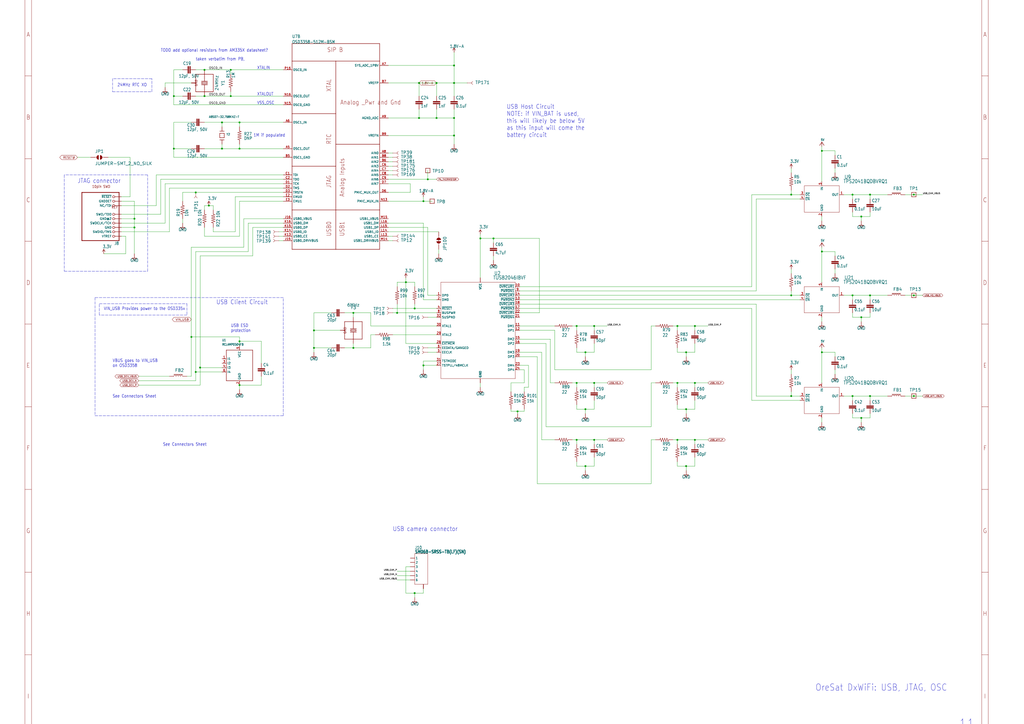
<source format=kicad_sch>
(kicad_sch (version 20210621) (generator eeschema)
  (paper "A2")
  (title_block (date "2021-11-14"))
  (junction (at 334.518 255.143))
  (junction (at 77.978 126.873))
  (junction (at 300.228 238.633))
  (junction (at 118.618 40.513))
  (junction (at 339.598 270.383))
  (junction (at 403.098 189.103))
  (junction (at 248.158 104.013))
  (junction (at 100.838 55.753))
  (junction (at 499.618 125.603))
  (junction (at 344.678 255.143))
  (junction (at 77.978 131.953))
  (junction (at 128.778 70.993))
  (junction (at 100.838 86.233))
  (junction (at 128.778 86.233))
  (junction (at 138.938 86.233))
  (junction (at 230.378 181.483))
  (junction (at 121.158 119.253))
  (junction (at 253.238 48.133))
  (junction (at 494.538 171.323))
  (junction (at 476.758 204.343))
  (junction (at 113.538 215.773))
  (junction (at 245.618 211.963))
  (junction (at 339.598 204.343))
  (junction (at 392.938 222.123))
  (junction (at 504.698 171.323))
  (junction (at 240.538 344.043))
  (junction (at 204.978 181.483))
  (junction (at 235.458 163.703))
  (junction (at 499.618 184.023))
  (junction (at 263.398 68.453))
  (junction (at 504.698 112.903))
  (junction (at 530.098 171.323))
  (junction (at 116.078 213.233))
  (junction (at 133.858 40.513))
  (junction (at 398.018 270.383))
  (junction (at 504.698 229.743))
  (junction (at 458.978 112.903))
  (junction (at 530.098 229.743))
  (junction (at 138.938 223.393))
  (junction (at 398.018 204.343))
  (junction (at 286.258 138.303))
  (junction (at 392.938 189.103))
  (junction (at 113.538 111.633))
  (junction (at 344.678 222.123))
  (junction (at 245.618 116.713))
  (junction (at 458.978 229.743))
  (junction (at 344.678 189.103))
  (junction (at 118.618 55.753))
  (junction (at 499.618 242.443))
  (junction (at 398.018 237.363))
  (junction (at 392.938 255.143))
  (junction (at 243.078 68.453))
  (junction (at 243.078 48.133))
  (junction (at 182.118 201.803))
  (junction (at 263.398 37.973))
  (junction (at 110.998 195.453))
  (junction (at 530.098 112.903))
  (junction (at 458.978 171.323))
  (junction (at 204.978 201.803))
  (junction (at 182.118 191.643))
  (junction (at 263.398 48.133))
  (junction (at 403.098 255.143))
  (junction (at 278.638 138.303))
  (junction (at 476.758 87.503))
  (junction (at 339.598 237.363))
  (junction (at 253.238 68.453))
  (junction (at 476.758 145.923))
  (junction (at 133.858 55.753))
  (junction (at 138.938 197.993))
  (junction (at 240.538 178.943))
  (junction (at 334.518 189.103))
  (junction (at 334.518 222.123))
  (junction (at 494.538 112.903))
  (junction (at 403.098 222.123))
  (junction (at 138.938 70.993))
  (junction (at 494.538 229.743))
  (junction (at 263.398 78.613))
  (wire (pts (xy 494.538 184.023) (xy 494.538 181.483)))
  (wire (pts (xy 70.358 126.873) (xy 77.978 126.873)))
  (wire (pts (xy 494.538 173.863) (xy 494.538 171.323)))
  (wire (pts (xy 90.678 119.253) (xy 90.678 101.473)))
  (polyline (pts (xy 108.458 176.149) (xy 108.458 182.753)))
  (wire (pts (xy 225.298 93.853) (xy 227.838 93.853)))
  (wire (pts (xy 321.818 214.503) (xy 377.698 214.503)))
  (wire (pts (xy 110.998 195.453) (xy 110.998 143.383)))
  (wire (pts (xy 227.838 91.313) (xy 225.298 91.313)))
  (wire (pts (xy 438.658 115.443) (xy 438.658 168.783)))
  (wire (pts (xy 128.778 215.773) (xy 113.538 215.773)))
  (wire (pts (xy 392.938 270.383) (xy 398.018 270.383)))
  (wire (pts (xy 263.398 48.133) (xy 263.398 37.973)))
  (wire (pts (xy 98.298 109.093) (xy 164.338 109.093)))
  (wire (pts (xy 93.218 104.013) (xy 164.338 104.013)))
  (wire (pts (xy 476.758 222.123) (xy 476.758 204.343)))
  (wire (pts (xy 499.618 244.983) (xy 499.618 242.443)))
  (wire (pts (xy 98.298 218.313) (xy 80.518 218.313)))
  (wire (pts (xy 334.518 191.643) (xy 334.518 189.103)))
  (wire (pts (xy 253.238 48.133) (xy 243.078 48.133)))
  (wire (pts (xy 344.678 257.683) (xy 344.678 255.143)))
  (wire (pts (xy 403.098 255.143) (xy 392.938 255.143)))
  (wire (pts (xy 105.918 55.753) (xy 100.838 55.753)))
  (wire (pts (xy 334.518 189.103) (xy 331.978 189.103)))
  (wire (pts (xy 113.538 55.753) (xy 118.618 55.753)))
  (wire (pts (xy 304.038 214.503) (xy 304.038 222.123)))
  (wire (pts (xy 286.258 148.463) (xy 286.258 151.003)))
  (wire (pts (xy 380.238 189.103) (xy 377.698 189.103)))
  (wire (pts (xy 525.018 112.903) (xy 530.098 112.903)))
  (wire (pts (xy 98.298 134.493) (xy 98.298 109.093)))
  (wire (pts (xy 504.698 112.903) (xy 514.858 112.903)))
  (wire (pts (xy 118.618 55.753) (xy 133.858 55.753)))
  (wire (pts (xy 301.498 211.963) (xy 306.578 211.963)))
  (wire (pts (xy 225.298 37.973) (xy 263.398 37.973)))
  (wire (pts (xy 70.358 137.033) (xy 72.898 137.033)))
  (wire (pts (xy 128.778 73.533) (xy 128.778 70.993)))
  (wire (pts (xy 240.538 163.703) (xy 240.538 166.243)))
  (wire (pts (xy 304.038 238.633) (xy 304.038 237.363)))
  (wire (pts (xy 464.058 229.743) (xy 458.978 229.743)))
  (wire (pts (xy 250.698 116.713) (xy 245.618 116.713)))
  (wire (pts (xy 100.838 86.233) (xy 100.838 91.313)))
  (wire (pts (xy 138.938 223.393) (xy 151.638 223.393)))
  (wire (pts (xy 254.508 147.193) (xy 254.508 144.653)))
  (wire (pts (xy 334.518 201.803) (xy 334.518 204.343)))
  (wire (pts (xy 377.698 214.503) (xy 377.698 189.103)))
  (wire (pts (xy 494.538 171.323) (xy 504.698 171.323)))
  (wire (pts (xy 403.098 255.143) (xy 410.718 255.143)))
  (wire (pts (xy 70.358 134.493) (xy 98.298 134.493)))
  (wire (pts (xy 458.978 171.323) (xy 458.978 168.783)))
  (wire (pts (xy 235.458 163.703) (xy 235.458 161.163)))
  (wire (pts (xy 116.078 148.463) (xy 116.078 213.233)))
  (wire (pts (xy 311.658 206.883) (xy 311.658 280.543)))
  (wire (pts (xy 301.498 189.103) (xy 321.818 189.103)))
  (wire (pts (xy 392.938 257.683) (xy 392.938 255.143)))
  (wire (pts (xy 377.698 280.543) (xy 377.698 255.143)))
  (wire (pts (xy 306.578 211.963) (xy 306.578 224.663)))
  (wire (pts (xy 504.698 112.903) (xy 504.698 115.443)))
  (wire (pts (xy 380.238 255.143) (xy 377.698 255.143)))
  (wire (pts (xy 339.598 237.363) (xy 339.598 239.903)))
  (wire (pts (xy 138.938 116.713) (xy 138.938 137.033)))
  (wire (pts (xy 494.538 242.443) (xy 494.538 239.903)))
  (wire (pts (xy 311.658 280.543) (xy 377.698 280.543)))
  (wire (pts (xy 128.778 86.233) (xy 118.618 86.233)))
  (wire (pts (xy 458.978 229.743) (xy 438.658 229.743)))
  (wire (pts (xy 182.118 191.643) (xy 182.118 181.483)))
  (wire (pts (xy 403.098 224.663) (xy 403.098 222.123)))
  (wire (pts (xy 240.538 344.043) (xy 245.618 344.043)))
  (wire (pts (xy 116.078 223.393) (xy 116.078 213.233)))
  (wire (pts (xy 253.238 204.343) (xy 248.158 204.343)))
  (wire (pts (xy 227.838 96.393) (xy 225.298 96.393)))
  (wire (pts (xy 237.998 111.633) (xy 225.298 111.633)))
  (wire (pts (xy 301.498 191.643) (xy 321.818 191.643)))
  (wire (pts (xy 253.238 104.013) (xy 248.158 104.013)))
  (wire (pts (xy 113.538 220.853) (xy 113.538 215.773)))
  (wire (pts (xy 118.618 40.513) (xy 113.538 40.513)))
  (wire (pts (xy 476.758 145.923) (xy 476.758 143.383)))
  (wire (pts (xy 301.498 171.323) (xy 458.978 171.323)))
  (polyline (pts (xy 88.138 53.213) (xy 88.138 45.593)))
  (wire (pts (xy 499.618 186.563) (xy 499.618 184.023)))
  (wire (pts (xy 344.678 189.103) (xy 352.298 189.103)))
  (wire (pts (xy 499.618 242.443) (xy 504.698 242.443)))
  (wire (pts (xy 105.918 111.633) (xy 105.918 116.713)))
  (wire (pts (xy 344.678 191.643) (xy 344.678 189.103)))
  (wire (pts (xy 204.978 199.263) (xy 204.978 201.803)))
  (wire (pts (xy 286.258 138.303) (xy 278.638 138.303)))
  (wire (pts (xy 301.498 199.263) (xy 316.738 199.263)))
  (wire (pts (xy 243.078 55.753) (xy 243.078 48.133)))
  (wire (pts (xy 235.458 328.803) (xy 235.458 344.043)))
  (wire (pts (xy 100.838 91.313) (xy 164.338 91.313)))
  (wire (pts (xy 398.018 270.383) (xy 403.098 270.383)))
  (wire (pts (xy 253.238 211.963) (xy 245.618 211.963)))
  (wire (pts (xy 494.538 125.603) (xy 494.538 123.063)))
  (wire (pts (xy 339.598 204.343) (xy 339.598 206.883)))
  (wire (pts (xy 90.678 101.473) (xy 164.338 101.473)))
  (wire (pts (xy 392.938 224.663) (xy 392.938 222.123)))
  (wire (pts (xy 300.228 238.633) (xy 304.038 238.633)))
  (wire (pts (xy 436.118 112.903) (xy 458.978 112.903)))
  (polyline (pts (xy 164.338 241.173) (xy 164.338 172.593)))
  (wire (pts (xy 118.618 119.253) (xy 121.158 119.253)))
  (wire (pts (xy 398.018 237.363) (xy 398.018 239.903)))
  (wire (pts (xy 312.928 181.483) (xy 312.928 138.303)))
  (wire (pts (xy 476.758 128.143) (xy 476.758 125.603)))
  (wire (pts (xy 344.678 224.663) (xy 344.678 222.123)))
  (wire (pts (xy 403.098 191.643) (xy 403.098 189.103)))
  (wire (pts (xy 225.298 98.933) (xy 227.838 98.933)))
  (wire (pts (xy 458.978 229.743) (xy 458.978 227.203)))
  (wire (pts (xy 128.778 213.233) (xy 116.078 213.233)))
  (wire (pts (xy 204.978 184.023) (xy 204.978 181.483)))
  (wire (pts (xy 319.278 196.723) (xy 319.278 222.123)))
  (wire (pts (xy 499.618 184.023) (xy 494.538 184.023)))
  (wire (pts (xy 398.018 204.343) (xy 403.098 204.343)))
  (wire (pts (xy 504.698 125.603) (xy 504.698 123.063)))
  (wire (pts (xy 403.098 189.103) (xy 392.938 189.103)))
  (wire (pts (xy 484.378 87.503) (xy 476.758 87.503)))
  (wire (pts (xy 253.238 199.263) (xy 235.458 199.263)))
  (wire (pts (xy 301.498 196.723) (xy 319.278 196.723)))
  (wire (pts (xy 314.198 204.343) (xy 314.198 255.143)))
  (wire (pts (xy 118.618 121.793) (xy 118.618 119.253)))
  (wire (pts (xy 100.838 55.753) (xy 100.838 40.513)))
  (wire (pts (xy 95.758 48.133) (xy 95.758 50.673)))
  (wire (pts (xy 70.358 119.253) (xy 90.678 119.253)))
  (wire (pts (xy 504.698 171.323) (xy 514.858 171.323)))
  (wire (pts (xy 164.338 139.573) (xy 161.798 139.573)))
  (polyline (pts (xy 85.598 101.473) (xy 37.338 101.473)))
  (wire (pts (xy 499.618 125.603) (xy 504.698 125.603)))
  (wire (pts (xy 248.158 131.953) (xy 225.298 131.953)))
  (wire (pts (xy 136.398 114.173) (xy 164.338 114.173)))
  (wire (pts (xy 113.538 111.633) (xy 105.918 111.633)))
  (wire (pts (xy 494.538 115.443) (xy 494.538 112.903)))
  (wire (pts (xy 499.618 184.023) (xy 504.698 184.023)))
  (wire (pts (xy 240.538 346.583) (xy 240.538 344.043)))
  (wire (pts (xy 301.498 166.243) (xy 436.118 166.243)))
  (wire (pts (xy 301.498 204.343) (xy 314.198 204.343)))
  (wire (pts (xy 253.238 63.373) (xy 253.238 68.453)))
  (wire (pts (xy 141.478 143.383) (xy 141.478 126.873)))
  (polyline (pts (xy 88.138 45.593) (xy 65.278 45.593)))
  (wire (pts (xy 245.618 116.713) (xy 225.298 116.713)))
  (wire (pts (xy 464.058 112.903) (xy 458.978 112.903)))
  (wire (pts (xy 403.098 204.343) (xy 403.098 199.263)))
  (wire (pts (xy 263.398 37.973) (xy 263.398 30.353)))
  (wire (pts (xy 164.338 70.993) (xy 138.938 70.993)))
  (wire (pts (xy 227.838 101.473) (xy 225.298 101.473)))
  (wire (pts (xy 296.418 222.123) (xy 296.418 227.203)))
  (wire (pts (xy 192.278 201.803) (xy 182.118 201.803)))
  (wire (pts (xy 392.938 222.123) (xy 390.398 222.123)))
  (wire (pts (xy 105.918 129.413) (xy 105.918 126.873)))
  (polyline (pts (xy 55.118 241.173) (xy 164.338 241.173)))
  (wire (pts (xy 403.098 270.383) (xy 403.098 265.303)))
  (wire (pts (xy 334.518 270.383) (xy 339.598 270.383)))
  (wire (pts (xy 248.158 201.803) (xy 253.238 201.803)))
  (wire (pts (xy 245.618 114.173) (xy 245.618 116.713)))
  (wire (pts (xy 243.078 48.133) (xy 225.298 48.133)))
  (wire (pts (xy 225.298 88.773) (xy 227.838 88.773)))
  (wire (pts (xy 133.858 43.053) (xy 133.858 40.513)))
  (wire (pts (xy 525.018 171.323) (xy 530.098 171.323)))
  (wire (pts (xy 403.098 222.123) (xy 410.718 222.123)))
  (wire (pts (xy 484.378 214.503) (xy 484.378 217.043)))
  (wire (pts (xy 530.098 171.323) (xy 535.178 171.323)))
  (wire (pts (xy 118.618 137.033) (xy 118.618 131.953)))
  (wire (pts (xy 227.838 181.483) (xy 230.378 181.483)))
  (wire (pts (xy 438.658 176.403) (xy 438.658 229.743)))
  (wire (pts (xy 301.498 181.483) (xy 312.928 181.483)))
  (wire (pts (xy 164.338 116.713) (xy 138.938 116.713)))
  (wire (pts (xy 75.438 91.313) (xy 62.738 91.313)))
  (wire (pts (xy 95.758 129.413) (xy 95.758 106.553)))
  (wire (pts (xy 344.678 204.343) (xy 344.678 199.263)))
  (wire (pts (xy 312.928 138.303) (xy 286.258 138.303)))
  (wire (pts (xy 306.578 224.663) (xy 304.038 224.663)))
  (wire (pts (xy 344.678 189.103) (xy 334.518 189.103)))
  (wire (pts (xy 436.118 166.243) (xy 436.118 112.903)))
  (wire (pts (xy 243.078 63.373) (xy 243.078 68.453)))
  (wire (pts (xy 123.698 119.253) (xy 121.158 119.253)))
  (wire (pts (xy 476.758 244.983) (xy 476.758 242.443)))
  (wire (pts (xy 77.978 116.713) (xy 77.978 126.873)))
  (wire (pts (xy 304.038 224.663) (xy 304.038 227.203)))
  (wire (pts (xy 248.158 104.013) (xy 225.298 104.013)))
  (wire (pts (xy 392.938 201.803) (xy 392.938 204.343)))
  (wire (pts (xy 197.358 191.643) (xy 182.118 191.643)))
  (wire (pts (xy 392.938 237.363) (xy 398.018 237.363)))
  (wire (pts (xy 504.698 184.023) (xy 504.698 181.483)))
  (wire (pts (xy 95.758 106.553) (xy 164.338 106.553)))
  (wire (pts (xy 316.738 247.523) (xy 377.698 247.523)))
  (wire (pts (xy 392.938 234.823) (xy 392.938 237.363)))
  (wire (pts (xy 476.758 87.503) (xy 476.758 84.963)))
  (wire (pts (xy 151.638 223.393) (xy 151.638 218.313)))
  (wire (pts (xy 225.298 139.573) (xy 227.838 139.573)))
  (wire (pts (xy 464.058 171.323) (xy 458.978 171.323)))
  (wire (pts (xy 494.538 112.903) (xy 504.698 112.903)))
  (wire (pts (xy 301.498 206.883) (xy 311.658 206.883)))
  (wire (pts (xy 398.018 237.363) (xy 403.098 237.363)))
  (wire (pts (xy 296.418 238.633) (xy 300.228 238.633)))
  (wire (pts (xy 530.098 112.903) (xy 535.178 112.903)))
  (wire (pts (xy 484.378 97.663) (xy 484.378 100.203)))
  (wire (pts (xy 436.118 232.283) (xy 464.058 232.283)))
  (wire (pts (xy 344.678 255.143) (xy 352.298 255.143)))
  (wire (pts (xy 146.558 131.953) (xy 164.338 131.953)))
  (wire (pts (xy 476.758 105.283) (xy 476.758 87.503)))
  (wire (pts (xy 484.378 204.343) (xy 476.758 204.343)))
  (wire (pts (xy 253.238 171.323) (xy 248.158 171.323)))
  (wire (pts (xy 245.618 209.423) (xy 245.618 211.963)))
  (wire (pts (xy 263.398 78.613) (xy 263.398 68.453)))
  (wire (pts (xy 278.638 135.763) (xy 278.638 138.303)))
  (wire (pts (xy 334.518 267.843) (xy 334.518 270.383)))
  (wire (pts (xy 253.238 173.863) (xy 245.618 173.863)))
  (wire (pts (xy 182.118 181.483) (xy 192.278 181.483)))
  (wire (pts (xy 128.778 86.233) (xy 138.938 86.233)))
  (polyline (pts (xy 55.118 172.593) (xy 55.118 241.173)))
  (wire (pts (xy 110.998 86.233) (xy 100.838 86.233)))
  (polyline (pts (xy 37.338 157.353) (xy 85.598 157.353)))
  (wire (pts (xy 245.618 129.413) (xy 225.298 129.413)))
  (wire (pts (xy 278.638 138.303) (xy 278.638 161.163)))
  (wire (pts (xy 398.018 270.383) (xy 398.018 272.923)))
  (wire (pts (xy 334.518 257.683) (xy 334.518 255.143)))
  (wire (pts (xy 240.538 176.403) (xy 240.538 178.943)))
  (wire (pts (xy 164.338 126.873) (xy 141.478 126.873)))
  (wire (pts (xy 215.138 181.483) (xy 215.138 189.103)))
  (wire (pts (xy 138.938 73.533) (xy 138.938 70.993)))
  (polyline (pts (xy 164.338 172.593) (xy 55.118 172.593)))
  (wire (pts (xy 113.538 145.923) (xy 144.018 145.923)))
  (wire (pts (xy 344.678 222.123) (xy 334.518 222.123)))
  (wire (pts (xy 123.698 131.953) (xy 123.698 134.493)))
  (wire (pts (xy 237.998 331.343) (xy 230.378 331.343)))
  (wire (pts (xy 271.018 48.133) (xy 263.398 48.133)))
  (wire (pts (xy 100.838 60.833) (xy 100.838 55.753)))
  (wire (pts (xy 253.238 68.453) (xy 263.398 68.453)))
  (wire (pts (xy 182.118 204.343) (xy 182.118 201.803)))
  (wire (pts (xy 237.998 336.423) (xy 230.378 336.423)))
  (wire (pts (xy 436.118 232.283) (xy 436.118 178.943)))
  (wire (pts (xy 286.258 140.843) (xy 286.258 138.303)))
  (wire (pts (xy 334.518 204.343) (xy 339.598 204.343)))
  (wire (pts (xy 392.938 267.843) (xy 392.938 270.383)))
  (wire (pts (xy 525.018 229.743) (xy 530.098 229.743)))
  (polyline (pts (xy 57.658 182.753) (xy 57.658 176.149)))
  (wire (pts (xy 436.118 178.943) (xy 301.498 178.943)))
  (wire (pts (xy 128.778 70.993) (xy 118.618 70.993)))
  (wire (pts (xy 110.998 143.383) (xy 141.478 143.383)))
  (wire (pts (xy 161.798 137.033) (xy 164.338 137.033)))
  (wire (pts (xy 204.978 181.483) (xy 215.138 181.483)))
  (wire (pts (xy 138.938 70.993) (xy 128.778 70.993)))
  (polyline (pts (xy 65.278 53.213) (xy 88.138 53.213)))
  (wire (pts (xy 230.378 166.243) (xy 230.378 163.703)))
  (wire (pts (xy 339.598 237.363) (xy 344.678 237.363)))
  (wire (pts (xy 248.158 98.933) (xy 248.158 104.013)))
  (wire (pts (xy 300.228 238.633) (xy 300.228 239.903)))
  (wire (pts (xy 344.678 237.363) (xy 344.678 232.283)))
  (wire (pts (xy 484.378 90.043) (xy 484.378 87.503)))
  (wire (pts (xy 458.978 217.043) (xy 458.978 214.503)))
  (wire (pts (xy 138.938 200.533) (xy 138.938 197.993)))
  (wire (pts (xy 301.498 214.503) (xy 304.038 214.503)))
  (wire (pts (xy 144.018 129.413) (xy 164.338 129.413)))
  (wire (pts (xy 263.398 55.753) (xy 263.398 48.133)))
  (wire (pts (xy 253.238 55.753) (xy 253.238 48.133)))
  (wire (pts (xy 237.998 328.803) (xy 235.458 328.803)))
  (wire (pts (xy 164.338 40.513) (xy 133.858 40.513)))
  (wire (pts (xy 230.378 181.483) (xy 253.238 181.483)))
  (wire (pts (xy 504.698 171.323) (xy 504.698 173.863)))
  (wire (pts (xy 237.998 106.553) (xy 237.998 111.633)))
  (wire (pts (xy 215.138 194.183) (xy 217.678 194.183)))
  (wire (pts (xy 133.858 40.513) (xy 118.618 40.513)))
  (wire (pts (xy 489.458 112.903) (xy 494.538 112.903)))
  (wire (pts (xy 164.338 111.633) (xy 113.538 111.633)))
  (wire (pts (xy 144.018 145.923) (xy 144.018 129.413)))
  (wire (pts (xy 75.438 114.173) (xy 75.438 91.313)))
  (wire (pts (xy 476.758 186.563) (xy 476.758 184.023)))
  (wire (pts (xy 138.938 137.033) (xy 118.618 137.033)))
  (wire (pts (xy 489.458 229.743) (xy 494.538 229.743)))
  (wire (pts (xy 494.538 232.283) (xy 494.538 229.743)))
  (wire (pts (xy 225.298 78.613) (xy 263.398 78.613)))
  (wire (pts (xy 314.198 255.143) (xy 321.818 255.143)))
  (wire (pts (xy 296.418 237.363) (xy 296.418 238.633)))
  (wire (pts (xy 52.578 91.313) (xy 44.958 91.313)))
  (wire (pts (xy 334.518 255.143) (xy 331.978 255.143)))
  (wire (pts (xy 499.618 128.143) (xy 499.618 125.603)))
  (wire (pts (xy 80.518 220.853) (xy 113.538 220.853)))
  (wire (pts (xy 494.538 229.743) (xy 504.698 229.743)))
  (wire (pts (xy 403.098 257.683) (xy 403.098 255.143)))
  (wire (pts (xy 254.508 134.493) (xy 225.298 134.493)))
  (wire (pts (xy 253.238 209.423) (xy 245.618 209.423)))
  (wire (pts (xy 334.518 222.123) (xy 331.978 222.123)))
  (wire (pts (xy 403.098 189.103) (xy 410.718 189.103)))
  (wire (pts (xy 161.798 134.493) (xy 164.338 134.493)))
  (wire (pts (xy 123.698 121.793) (xy 123.698 119.253)))
  (wire (pts (xy 235.458 344.043) (xy 240.538 344.043)))
  (wire (pts (xy 504.698 229.743) (xy 504.698 232.283)))
  (wire (pts (xy 392.938 189.103) (xy 390.398 189.103)))
  (wire (pts (xy 464.058 173.863) (xy 301.498 173.863)))
  (wire (pts (xy 146.558 131.953) (xy 146.558 148.463)))
  (wire (pts (xy 458.978 100.203) (xy 458.978 97.663)))
  (wire (pts (xy 215.138 189.103) (xy 253.238 189.103)))
  (wire (pts (xy 133.858 55.753) (xy 164.338 55.753)))
  (wire (pts (xy 484.378 156.083) (xy 484.378 158.623)))
  (wire (pts (xy 199.898 201.803) (xy 204.978 201.803)))
  (wire (pts (xy 110.998 48.133) (xy 95.758 48.133)))
  (wire (pts (xy 301.498 176.403) (xy 438.658 176.403)))
  (wire (pts (xy 392.938 255.143) (xy 390.398 255.143)))
  (wire (pts (xy 113.538 215.773) (xy 113.538 145.923)))
  (wire (pts (xy 100.838 70.993) (xy 100.838 86.233)))
  (polyline (pts (xy 85.598 157.353) (xy 85.598 101.473)))
  (wire (pts (xy 72.898 137.033) (xy 72.898 147.193)))
  (wire (pts (xy 138.938 83.693) (xy 138.938 86.233)))
  (wire (pts (xy 263.398 68.453) (xy 263.398 63.373)))
  (wire (pts (xy 199.898 181.483) (xy 204.978 181.483)))
  (wire (pts (xy 240.538 178.943) (xy 227.838 178.943)))
  (wire (pts (xy 438.658 168.783) (xy 301.498 168.783)))
  (wire (pts (xy 484.378 206.883) (xy 484.378 204.343)))
  (wire (pts (xy 316.738 199.263) (xy 316.738 247.523)))
  (wire (pts (xy 235.458 163.703) (xy 240.538 163.703)))
  (wire (pts (xy 304.038 222.123) (xy 296.418 222.123)))
  (wire (pts (xy 133.858 55.753) (xy 133.858 53.213)))
  (wire (pts (xy 499.618 125.603) (xy 494.538 125.603)))
  (wire (pts (xy 225.298 137.033) (xy 227.838 137.033)))
  (wire (pts (xy 344.678 255.143) (xy 334.518 255.143)))
  (wire (pts (xy 321.818 191.643) (xy 321.818 214.503)))
  (wire (pts (xy 339.598 270.383) (xy 339.598 272.923)))
  (wire (pts (xy 77.978 126.873) (xy 77.978 131.953)))
  (wire (pts (xy 504.698 242.443) (xy 504.698 239.903)))
  (wire (pts (xy 227.838 194.183) (xy 253.238 194.183)))
  (wire (pts (xy 334.518 234.823) (xy 334.518 237.363)))
  (wire (pts (xy 93.218 124.333) (xy 93.218 104.013)))
  (wire (pts (xy 514.858 229.743) (xy 504.698 229.743)))
  (wire (pts (xy 380.238 222.123) (xy 377.698 222.123)))
  (wire (pts (xy 253.238 178.943) (xy 240.538 178.943)))
  (wire (pts (xy 105.918 40.513) (xy 100.838 40.513)))
  (wire (pts (xy 339.598 204.343) (xy 344.678 204.343)))
  (wire (pts (xy 321.818 222.123) (xy 319.278 222.123)))
  (wire (pts (xy 215.138 201.803) (xy 215.138 194.183)))
  (wire (pts (xy 108.458 218.313) (xy 110.998 218.313)))
  (wire (pts (xy 138.938 197.993) (xy 138.938 195.453)))
  (wire (pts (xy 484.378 148.463) (xy 484.378 145.923)))
  (wire (pts (xy 110.998 70.993) (xy 100.838 70.993)))
  (wire (pts (xy 70.358 116.713) (xy 77.978 116.713)))
  (wire (pts (xy 77.978 131.953) (xy 77.978 147.193)))
  (wire (pts (xy 377.698 247.523) (xy 377.698 222.123)))
  (wire (pts (xy 123.698 134.493) (xy 136.398 134.493)))
  (wire (pts (xy 164.338 86.233) (xy 138.938 86.233)))
  (polyline (pts (xy 65.278 45.593) (xy 65.278 53.213)))
  (wire (pts (xy 263.398 48.133) (xy 253.238 48.133)))
  (wire (pts (xy 128.778 86.233) (xy 128.778 83.693)))
  (wire (pts (xy 484.378 145.923) (xy 476.758 145.923)))
  (wire (pts (xy 110.998 195.453) (xy 110.998 218.313)))
  (wire (pts (xy 458.978 158.623) (xy 458.978 156.083)))
  (wire (pts (xy 278.638 224.663) (xy 278.638 222.123)))
  (wire (pts (xy 151.638 197.993) (xy 151.638 210.693)))
  (polyline (pts (xy 108.458 182.753) (xy 57.658 182.753)))
  (wire (pts (xy 225.298 68.453) (xy 243.078 68.453)))
  (wire (pts (xy 334.518 237.363) (xy 339.598 237.363)))
  (wire (pts (xy 489.458 171.323) (xy 494.538 171.323)))
  (wire (pts (xy 499.618 242.443) (xy 494.538 242.443)))
  (wire (pts (xy 392.938 191.643) (xy 392.938 189.103)))
  (wire (pts (xy 70.358 131.953) (xy 77.978 131.953)))
  (wire (pts (xy 392.938 204.343) (xy 398.018 204.343)))
  (wire (pts (xy 344.678 270.383) (xy 344.678 265.303)))
  (wire (pts (xy 136.398 134.493) (xy 136.398 114.173)))
  (wire (pts (xy 476.758 163.703) (xy 476.758 145.923)))
  (wire (pts (xy 70.358 129.413) (xy 95.758 129.413)))
  (wire (pts (xy 403.098 222.123) (xy 392.938 222.123)))
  (wire (pts (xy 225.298 106.553) (xy 237.998 106.553)))
  (wire (pts (xy 164.338 60.833) (xy 100.838 60.833)))
  (wire (pts (xy 344.678 222.123) (xy 352.298 222.123)))
  (wire (pts (xy 245.618 173.863) (xy 245.618 129.413)))
  (wire (pts (xy 245.618 344.043) (xy 245.618 341.503)))
  (wire (pts (xy 243.078 68.453) (xy 253.238 68.453)))
  (wire (pts (xy 80.518 223.393) (xy 116.078 223.393)))
  (wire (pts (xy 398.018 204.343) (xy 398.018 206.883)))
  (wire (pts (xy 245.618 211.963) (xy 245.618 214.503)))
  (wire (pts (xy 146.558 148.463) (xy 116.078 148.463)))
  (wire (pts (xy 70.358 114.173) (xy 75.438 114.173)))
  (wire (pts (xy 72.898 147.193) (xy 60.198 147.193)))
  (wire (pts (xy 248.158 171.323) (xy 248.158 131.953)))
  (wire (pts (xy 138.938 195.453) (xy 110.998 195.453)))
  (polyline (pts (xy 57.658 176.149) (xy 108.458 176.149)))
  (wire (pts (xy 458.978 112.903) (xy 458.978 110.363)))
  (wire (pts (xy 237.998 333.883) (xy 230.378 333.883)))
  (wire (pts (xy 230.378 181.483) (xy 230.378 176.403)))
  (wire (pts (xy 334.518 224.663) (xy 334.518 222.123)))
  (wire (pts (xy 263.398 83.693) (xy 263.398 78.613)))
  (polyline (pts (xy 37.338 101.473) (xy 37.338 157.353)))
  (wire (pts (xy 182.118 201.803) (xy 182.118 191.643)))
  (wire (pts (xy 248.158 184.023) (xy 253.238 184.023)))
  (wire (pts (xy 476.758 204.343) (xy 476.758 201.803)))
  (wire (pts (xy 204.978 201.803) (xy 215.138 201.803)))
  (wire (pts (xy 235.458 199.263) (xy 235.458 163.703)))
  (wire (pts (xy 230.378 163.703) (xy 235.458 163.703)))
  (wire (pts (xy 138.938 225.933) (xy 138.938 223.393)))
  (wire (pts (xy 93.218 124.333) (xy 70.358 124.333)))
  (wire (pts (xy 530.098 229.743) (xy 535.178 229.743)))
  (wire (pts (xy 464.058 115.443) (xy 438.658 115.443)))
  (wire (pts (xy 138.938 197.993) (xy 151.638 197.993)))
  (wire (pts (xy 339.598 270.383) (xy 344.678 270.383)))
  (wire (pts (xy 403.098 237.363) (xy 403.098 232.283)))
  (text "See Connectors Sheet" (at 94.488 258.953 180) (effects (font (size 1.778 1.5113)) (justify left bottom)))
  (text "USB ESD\nprotection" (at 133.858 192.913 180) (effects (font (size 1.778 1.5113)) (justify left bottom)))
  (text "USB Host Circuit\nNOTE: if VIN_BAT is used,\nthis will likely be below 5V\nas this input will come the\nbattery circuit" (at 293.878 79.883 0) (effects (font (size 2.54 2.159)) (justify left bottom)))
  (text "See Connectors Sheet" (at 65.278 231.013 180) (effects (font (size 1.778 1.5113)) (justify left bottom)))
  (text "TODO add optional resistors from AM335X datasheet?" (at 93.218 30.353 0) (effects (font (size 1.778 1.5113)) (justify left bottom)))
  (text "24MHz RTC XO" (at 68.072 50.419 180) (effects (font (size 1.778 1.5113)) (justify left bottom)))
  (text "taken verbatim from PB," (at 113.538 35.433 180) (effects (font (size 1.778 1.5113)) (justify left bottom)))
  (text "XTALOUT" (at 149.098 55.753 180) (effects (font (size 1.778 1.5113)) (justify left bottom)))
  (text "1M if populated" (at 147.066 79.629 180) (effects (font (size 1.778 1.5113)) (justify left bottom)))
  (text "JTAG connector" (at 44.958 106.553 180) (effects (font (size 2.54 2.159)) (justify left bottom)))
  (text "XTALIN" (at 149.098 40.513 180) (effects (font (size 1.778 1.5113)) (justify left bottom)))
  (text "VSS_OSC" (at 149.098 60.833 180) (effects (font (size 1.778 1.5113)) (justify left bottom)))
  (text "USB camera connector" (at 227.838 308.483 180) (effects (font (size 2.54 2.159)) (justify left bottom)))
  (text "VIN_USB Provides power to the OSD335x" (at 60.198 180.213 180) (effects (font (size 1.778 1.5113)) (justify left bottom)))
  (text "1.1" (at 556.768 421.513 180) (effects (font (size 3.81 3.2385)) (justify left bottom)))
  (text "VBUS goes to VIN_USB\non OSD3358" (at 65.278 213.233 180) (effects (font (size 1.778 1.5113)) (justify left bottom)))
  (text "USB Client Circuit" (at 125.476 176.911 180) (effects (font (size 2.54 2.159)) (justify left bottom)))
  (text "OreSat DxWiFi: USB, JTAG, OSC" (at 472.948 401.193 180) (effects (font (size 3.81 3.2385)) (justify left bottom)))
  (label "USB_CAM_VBUS" (at 535.178 112.903 0) (effects (font (size 0.889 0.889))))
  (label "USB_CAM_N" (at 352.298 189.103 0) (effects (font (size 0.889 0.889))))
  (label "USB_CAM_P" (at 410.718 189.103 0) (effects (font (size 0.889 0.889))))
  (label "USB_CAM_P" (at 230.378 331.343 180) (effects (font (size 0.889 0.889))))
  (label "OSC0_IN" (at 121.158 40.513 0) (effects (font (size 1.2446 1.2446))))
  (label "OSC0_GND" (at 121.158 60.833 0) (effects (font (size 1.2446 1.2446))))
  (label "USB_CAM_VBUS" (at 230.378 336.423 180) (effects (font (size 0.889 0.889))))
  (label "USB_CAM_N" (at 230.378 333.883 180) (effects (font (size 0.889 0.889))))
  (label "OSC0_OUT" (at 121.158 55.753 0) (effects (font (size 1.2446 1.2446))))
  (global_label "USB_HO_N" (shape bidirectional) (at 352.298 222.123 0) (effects (font (size 0.889 0.889))) (property "Intersheet References" "${INTERSHEET_REFS}" (effects hide)))
  (global_label "USB_WIFI_VBUS" (shape bidirectional) (at 535.178 229.743 0) (effects (font (size 0.889 0.889))) (property "Intersheet References" "${INTERSHEET_REFS}" (effects hide)))
  (global_label "USB_WIFI_N" (shape bidirectional) (at 352.298 255.143 0) (effects (font (size 0.889 0.889))) (property "Intersheet References" "${INTERSHEET_REFS}" (effects hide)))
  (global_label "RESET#" (shape bidirectional) (at 44.958 91.313 180) (effects (font (size 1.2446 1.2446))) (property "Intersheet References" "${INTERSHEET_REFS}" (effects hide)))
  (global_label "USB_DEV_P" (shape bidirectional) (at 80.518 223.393 180) (effects (font (size 0.9957 0.9957))) (property "Intersheet References" "${INTERSHEET_REFS}" (effects hide)))
  (global_label "USB_HO_VBUS" (shape bidirectional) (at 535.178 171.323 0) (effects (font (size 0.889 0.889))) (property "Intersheet References" "${INTERSHEET_REFS}" (effects hide)))
  (global_label "PA_THERMISTOR" (shape bidirectional) (at 253.238 104.013 0) (effects (font (size 0.889 0.889))) (property "Intersheet References" "${INTERSHEET_REFS}" (effects hide)))
  (global_label "VIN_USB" (shape bidirectional) (at 110.998 185.293 180) (effects (font (size 1.2446 1.2446))) (property "Intersheet References" "${INTERSHEET_REFS}" (effects hide)))
  (global_label "1.8V-A" (shape bidirectional) (at 243.078 48.133 0) (effects (font (size 1.2446 1.2446))) (property "Intersheet References" "${INTERSHEET_REFS}" (effects hide)))
  (global_label "USB_WIFI_P" (shape bidirectional) (at 410.718 255.143 0) (effects (font (size 0.889 0.889))) (property "Intersheet References" "${INTERSHEET_REFS}" (effects hide)))
  (global_label "USB_HO_P" (shape bidirectional) (at 410.718 222.123 0) (effects (font (size 0.889 0.889))) (property "Intersheet References" "${INTERSHEET_REFS}" (effects hide)))
  (global_label "USB_DEV_N" (shape bidirectional) (at 80.518 220.853 180) (effects (font (size 0.9957 0.9957))) (property "Intersheet References" "${INTERSHEET_REFS}" (effects hide)))
  (global_label "USB_DEV_VBUS" (shape bidirectional) (at 80.518 218.313 180) (effects (font (size 0.9957 0.9957))) (property "Intersheet References" "${INTERSHEET_REFS}" (effects hide)))
  (symbol (lib_id "oresat-live-card-eagle-import:C-EU0603-A") (at 344.678 227.203 0) (unit 1)
    (property "Reference" "C59" (at 345.694 226.568 0) (effects (font (size 1.778 1.5113)) (justify left bottom)))
    (property "Value" "50pF" (at 345.694 231.394 0) (effects (font (size 1.778 1.5113)) (justify left bottom)))
    (property "Footprint" ".0603-A" (effects hide))
  )
  (symbol (lib_id "oresat-live-card-eagle-import:C-EU0603-A") (at 494.538 117.983 0) (unit 1)
    (property "Reference" "C7" (at 495.554 117.348 0) (effects (font (size 1.778 1.5113)) (justify left bottom)))
    (property "Value" "0.1uF" (at 495.554 122.174 0) (effects (font (size 1.778 1.5113)) (justify left bottom)))
    (property "Footprint" ".0603-A" (effects hide))
  )
  (symbol (lib_id "oresat-live-card-eagle-import:GND") (at 484.378 219.583 0) (unit 1)
    (property "Reference" "#GND77" (effects hide))
    (property "Value" "GND" (at 484.378 219.837 0) (effects (font (size 1.778 1.5113)) (justify top)))
  )
  (symbol (lib_id "oresat-live-card-eagle-import:R-US_0603-A") (at 458.978 105.283 90) (unit 1)
    (property "Reference" "R6" (at 460.502 103.505 90) (effects (font (size 1.778 1.5113)) (justify right top)))
    (property "Value" "10k" (at 460.502 104.521 90) (effects (font (size 1.778 1.5113)) (justify right bottom)))
    (property "Footprint" ".0603-A" (effects hide))
  )
  (symbol (lib_id "oresat-live-card-eagle-import:GND") (at 484.378 161.163 0) (unit 1)
    (property "Reference" "#GND80" (effects hide))
    (property "Value" "GND" (at 484.378 161.417 0) (effects (font (size 1.778 1.5113)) (justify top)))
  )
  (symbol (lib_id "oresat-live-card-eagle-import:GND") (at 95.758 53.213 0) (unit 1)
    (property "Reference" "#GND56" (effects hide))
    (property "Value" "GND" (at 95.758 53.467 0) (effects (font (size 1.778 1.5113)) (justify top)))
  )
  (symbol (lib_id "oresat-live-card-eagle-import:R-US_0603-A") (at 385.318 189.103 180) (unit 1)
    (property "Reference" "R79" (at 384.302 192.405 0) (effects (font (size 1.778 1.5113)) (justify right top)))
    (property "Value" "22" (at 384.302 193.421 0) (effects (font (size 1.778 1.5113)) (justify right bottom)))
    (property "Footprint" ".0603-A" (effects hide))
  )
  (symbol (lib_id "oresat-live-card-eagle-import:R-US_0603-A") (at 123.698 126.873 90) (unit 1)
    (property "Reference" "R22" (at 127.5334 131.699 0) (effects (font (size 1.778 1.5113)) (justify left bottom)))
    (property "Value" "10k" (at 127.508 126.365 0) (effects (font (size 1.778 1.5113)) (justify left bottom)))
    (property "Footprint" ".0603-A" (effects hide))
  )
  (symbol (lib_id "oresat-live-card-eagle-import:C-EU0603-A") (at 403.098 194.183 0) (unit 1)
    (property "Reference" "C58" (at 404.114 193.548 0) (effects (font (size 1.778 1.5113)) (justify left bottom)))
    (property "Value" "50pF" (at 404.114 198.374 0) (effects (font (size 1.778 1.5113)) (justify left bottom)))
    (property "Footprint" ".0603-A" (effects hide))
  )
  (symbol (lib_id "oresat-live-card-eagle-import:TEST-POINT3X4") (at 227.838 139.573 0) (unit 1)
    (property "Reference" "TP12" (at 232.41 140.335 0) (effects (font (size 1.778 1.778)) (justify left bottom)))
    (property "Value" "TEST-POINT3X4" (effects hide))
    (property "Footprint" "PAD.03X.04" (effects hide))
  )
  (symbol (lib_id "oresat-live-card-eagle-import:R-US_0603-A") (at 458.978 163.703 90) (unit 1)
    (property "Reference" "R76" (at 460.502 161.925 90) (effects (font (size 1.778 1.5113)) (justify right top)))
    (property "Value" "10k" (at 460.502 162.941 90) (effects (font (size 1.778 1.5113)) (justify right bottom)))
    (property "Footprint" ".0603-A" (effects hide))
  )
  (symbol (lib_id "oresat-live-card-eagle-import:GND") (at 254.508 149.733 0) (mirror y) (unit 1)
    (property "Reference" "#GND35" (effects hide))
    (property "Value" "GND" (at 254.508 149.987 0) (effects (font (size 1.778 1.5113)) (justify top)))
  )
  (symbol (lib_id "oresat-live-card-eagle-import:TEST-POINT3X4") (at 113.538 111.633 270) (unit 1)
    (property "Reference" "TP31" (at 112.776 116.205 0) (effects (font (size 1.778 1.778)) (justify left bottom)))
    (property "Value" "TEST-POINT3X4" (effects hide))
    (property "Footprint" "PAD.03X.04" (effects hide))
  )
  (symbol (lib_id "oresat-live-card-eagle-import:TEST-POINT3X4") (at 227.838 93.853 0) (unit 1)
    (property "Reference" "TP181" (at 232.41 94.615 0) (effects (font (size 1.778 1.778)) (justify left bottom)))
    (property "Value" "TEST-POINT3X4" (effects hide))
    (property "Footprint" "PAD.03X.04" (effects hide))
  )
  (symbol (lib_id "oresat-live-card-eagle-import:GND") (at 476.758 247.523 0) (unit 1)
    (property "Reference" "#GND78" (effects hide))
    (property "Value" "GND" (at 476.758 247.777 0) (effects (font (size 1.778 1.5113)) (justify top)))
  )
  (symbol (lib_id "oresat-live-card-eagle-import:C-EU0805-B") (at 243.078 58.293 0) (unit 1)
    (property "Reference" "C24" (at 244.094 57.658 0) (effects (font (size 1.778 1.5113)) (justify left bottom)))
    (property "Value" "1nF" (at 244.094 62.484 0) (effects (font (size 1.778 1.5113)) (justify left bottom)))
    (property "Footprint" ".0805-B" (effects hide))
  )
  (symbol (lib_id "oresat-live-card-eagle-import:C-EU0603-A") (at 494.538 176.403 0) (unit 1)
    (property "Reference" "C55" (at 495.554 175.768 0) (effects (font (size 1.778 1.5113)) (justify left bottom)))
    (property "Value" "0.1uF" (at 495.554 180.594 0) (effects (font (size 1.778 1.5113)) (justify left bottom)))
    (property "Footprint" ".0603-A" (effects hide))
  )
  (symbol (lib_id "oresat-live-card-eagle-import:3.3V") (at 60.198 144.653 0) (unit 1)
    (property "Reference" "#3V-24" (effects hide))
    (property "Value" "3.3V" (at 59.563 144.018 0) (effects (font (size 1.778 1.5113)) (justify left bottom)))
  )
  (symbol (lib_id "oresat-live-card-eagle-import:GND") (at 398.018 242.443 0) (unit 1)
    (property "Reference" "#GND86" (effects hide))
    (property "Value" "GND" (at 398.018 242.697 0) (effects (font (size 1.778 1.5113)) (justify top)))
  )
  (symbol (lib_id "oresat-live-card-eagle-import:C-EU0603-A") (at 344.678 194.183 0) (unit 1)
    (property "Reference" "C57" (at 345.694 193.548 0) (effects (font (size 1.778 1.5113)) (justify left bottom)))
    (property "Value" "50pF" (at 345.694 198.374 0) (effects (font (size 1.778 1.5113)) (justify left bottom)))
    (property "Footprint" ".0603-A" (effects hide))
  )
  (symbol (lib_id "oresat-live-card-eagle-import:3.3V") (at 235.458 158.623 0) (unit 1)
    (property "Reference" "#3V-16" (effects hide))
    (property "Value" "3.3V" (at 234.823 157.988 0) (effects (font (size 1.778 1.5113)) (justify left bottom)))
  )
  (symbol (lib_id "oresat-live-card-eagle-import:C-EU0603-A") (at 197.358 181.483 270) (unit 1)
    (property "Reference" "C63" (at 189.738 184.023 90) (effects (font (size 1.778 1.5113)) (justify left bottom)))
    (property "Value" "20pF" (at 189.738 186.563 90) (effects (font (size 1.778 1.5113)) (justify left bottom)))
    (property "Footprint" ".0603-A" (effects hide))
  )
  (symbol (lib_id "oresat-live-card-eagle-import:C-EU0603-A") (at 151.638 213.233 0) (unit 1)
    (property "Reference" "C4" (at 152.654 212.598 0) (effects (font (size 1.778 1.5113)) (justify left bottom)))
    (property "Value" "0.1uF" (at 152.654 217.424 0) (effects (font (size 1.778 1.5113)) (justify left bottom)))
    (property "Footprint" ".0603-A" (effects hide))
  )
  (symbol (lib_id "oresat-live-card-eagle-import:FERRITE_BEAD-0603") (at 519.938 112.903 90) (unit 1)
    (property "Reference" "FB3" (at 518.033 110.363 90) (effects (font (size 1.778 1.778)) (justify right top)))
    (property "Value" "30Ω/1.8A" (effects hide))
    (property "Footprint" "0603" (effects hide))
    (property "Value" "BLM18KG300JH1D" (effects hide))
  )
  (symbol (lib_id "oresat-live-card-eagle-import:TEST-POINT3X4") (at 161.798 139.573 180) (unit 1)
    (property "Reference" "TP139" (at 157.226 138.811 0) (effects (font (size 1.778 1.778)) (justify left bottom)))
    (property "Value" "TEST-POINT3X4" (effects hide))
    (property "Footprint" "PAD.03X.04" (effects hide))
  )
  (symbol (lib_id "oresat-live-card-eagle-import:GND") (at 339.598 209.423 0) (unit 1)
    (property "Reference" "#GND83" (effects hide))
    (property "Value" "GND" (at 339.598 209.677 0) (effects (font (size 1.778 1.5113)) (justify top)))
  )
  (symbol (lib_id "oresat-live-card-eagle-import:GND") (at 77.978 149.733 0) (unit 1)
    (property "Reference" "#GND57" (effects hide))
    (property "Value" "GND" (at 77.978 149.987 0) (effects (font (size 1.778 1.5113)) (justify top)))
  )
  (symbol (lib_id "oresat-live-card-eagle-import:C-EU0603-A") (at 108.458 40.513 90) (unit 1)
    (property "Reference" "C19" (at 106.172 37.719 90) (effects (font (size 1.778 1.5113)) (justify right top)))
    (property "Value" "12pF, 50V" (at 103.632 45.085 90) (effects (font (size 1.778 1.5113)) (justify right top)))
    (property "Footprint" ".0603-A" (effects hide))
  )
  (symbol (lib_id "oresat-live-card-eagle-import:TEST-POINT") (at 250.698 116.713 90) (unit 1)
    (property "Reference" "TP8" (at 253.238 117.983 90) (effects (font (size 1.778 1.778)) (justify right top)))
    (property "Value" "TEST-POINT" (effects hide))
    (property "Footprint" "2MM-TEST-POINT" (effects hide))
  )
  (symbol (lib_id "oresat-live-card-eagle-import:R-US_0603-A") (at 458.978 222.123 90) (unit 1)
    (property "Reference" "R7" (at 460.502 220.345 90) (effects (font (size 1.778 1.5113)) (justify right top)))
    (property "Value" "10k" (at 460.502 221.361 90) (effects (font (size 1.778 1.5113)) (justify right bottom)))
    (property "Footprint" ".0603-A" (effects hide))
  )
  (symbol (lib_id "oresat-live-card-eagle-import:FERRITE_BEAD-0603") (at 103.378 218.313 90) (unit 1)
    (property "Reference" "FB2" (at 101.473 215.773 90) (effects (font (size 1.778 1.778)) (justify right top)))
    (property "Value" "30Ω/1.8A" (effects hide))
    (property "Footprint" "0603" (effects hide))
    (property "Value" "BLM18KG300JH1D" (effects hide))
  )
  (symbol (lib_id "oresat-live-card-eagle-import:R-US_0603-A") (at 392.938 262.763 90) (unit 1)
    (property "Reference" "R96" (at 394.462 260.985 90) (effects (font (size 1.778 1.5113)) (justify right top)))
    (property "Value" "15k" (at 394.462 262.001 90) (effects (font (size 1.778 1.5113)) (justify right bottom)))
    (property "Footprint" ".0603-A" (effects hide))
  )
  (symbol (lib_id "oresat-live-card-eagle-import:GND") (at 339.598 242.443 0) (unit 1)
    (property "Reference" "#GND85" (effects hide))
    (property "Value" "GND" (at 339.598 242.697 0) (effects (font (size 1.778 1.5113)) (justify top)))
  )
  (symbol (lib_id "oresat-live-card-eagle-import:TEST-POINT3X4") (at 248.158 204.343 180) (unit 1)
    (property "Reference" "TP20" (at 243.586 203.581 0) (effects (font (size 1.778 1.778)) (justify left bottom)))
    (property "Value" "TEST-POINT3X4" (effects hide))
    (property "Footprint" "PAD.03X.04" (effects hide))
  )
  (symbol (lib_id "oresat-live-card-eagle-import:C-EU0603-A") (at 286.258 143.383 0) (unit 1)
    (property "Reference" "C65" (at 287.274 142.748 0) (effects (font (size 1.778 1.5113)) (justify left bottom)))
    (property "Value" "4.7uF" (at 287.274 147.574 0) (effects (font (size 1.778 1.5113)) (justify left bottom)))
    (property "Footprint" ".0603-A" (effects hide))
  )
  (symbol (lib_id "oresat-live-card-eagle-import:GND") (at 240.538 349.123 0) (unit 1)
    (property "Reference" "#GND91" (effects hide))
    (property "Value" "GND" (at 240.538 349.377 0) (effects (font (size 1.778 1.5113)) (justify top)))
  )
  (symbol (lib_id "oresat-live-card-eagle-import:SM06B-SRSS-TB(LF)(SN)") (at 245.618 328.803 0) (unit 1)
    (property "Reference" "J10" (at 240.538 318.643 0) (effects (font (size 1.778 1.5113)) (justify left bottom)))
    (property "Value" "SM06B-SRSS-TB(LF)(SN)" (at 240.538 321.183 0) (effects (font (size 1.778 1.5113) bold) (justify left bottom)))
    (property "Footprint" "CONN_SM06B-SRSS-TB_JST" (effects hide))
  )
  (symbol (lib_id "oresat-live-card-eagle-import:3.3V") (at 458.978 153.543 0) (unit 1)
    (property "Reference" "#3V-14" (effects hide))
    (property "Value" "3.3V" (at 458.343 152.908 0) (effects (font (size 1.778 1.5113)) (justify left bottom)))
  )
  (symbol (lib_id "oresat-live-card-eagle-import:GND") (at 476.758 189.103 0) (unit 1)
    (property "Reference" "#GND81" (effects hide))
    (property "Value" "GND" (at 476.758 189.357 0) (effects (font (size 1.778 1.5113)) (justify top)))
  )
  (symbol (lib_id "oresat-live-card-eagle-import:3.3V") (at 278.638 133.223 0) (unit 1)
    (property "Reference" "#3V-7" (effects hide))
    (property "Value" "3.3V" (at 278.003 132.588 0) (effects (font (size 1.778 1.5113)) (justify left bottom)))
  )
  (symbol (lib_id "oresat-live-card-eagle-import:C-EU0603-A") (at 403.098 260.223 0) (unit 1)
    (property "Reference" "C62" (at 404.114 259.588 0) (effects (font (size 1.778 1.5113)) (justify left bottom)))
    (property "Value" "50pF" (at 404.114 264.414 0) (effects (font (size 1.778 1.5113)) (justify left bottom)))
    (property "Footprint" ".0603-A" (effects hide))
  )
  (symbol (lib_id "oresat-live-card-eagle-import:GND") (at 339.598 275.463 0) (unit 1)
    (property "Reference" "#GND87" (effects hide))
    (property "Value" "GND" (at 339.598 275.717 0) (effects (font (size 1.778 1.5113)) (justify top)))
  )
  (symbol (lib_id "oresat-live-card-eagle-import:R-US_0603-A") (at 304.038 232.283 90) (unit 1)
    (property "Reference" "R101" (at 305.562 230.505 90) (effects (font (size 1.778 1.5113)) (justify right top)))
    (property "Value" "15k" (at 305.562 231.521 90) (effects (font (size 1.778 1.5113)) (justify right bottom)))
    (property "Footprint" ".0603-A" (effects hide))
  )
  (symbol (lib_id "oresat-live-card-eagle-import:GND") (at 476.758 130.683 0) (unit 1)
    (property "Reference" "#GND67" (effects hide))
    (property "Value" "GND" (at 476.758 130.937 0) (effects (font (size 1.778 1.5113)) (justify top)))
  )
  (symbol (lib_id "oresat-live-card-eagle-import:TEST-POINT3X4") (at 248.158 184.023 180) (unit 1)
    (property "Reference" "TP16" (at 243.586 183.261 0) (effects (font (size 1.778 1.778)) (justify left bottom)))
    (property "Value" "TEST-POINT3X4" (effects hide))
    (property "Footprint" "PAD.03X.04" (effects hide))
  )
  (symbol (lib_id "oresat-live-card-eagle-import:5V") (at 476.758 140.843 0) (unit 1)
    (property "Reference" "#3V-13" (effects hide))
    (property "Value" "5V" (at 476.123 140.208 0) (effects (font (size 1.27 1.0795)) (justify left bottom)))
  )
  (symbol (lib_id "oresat-live-card-eagle-import:TEST-POINT3X4") (at 227.838 98.933 0) (unit 1)
    (property "Reference" "TP176" (at 232.41 99.695 0) (effects (font (size 1.778 1.778)) (justify left bottom)))
    (property "Value" "TEST-POINT3X4" (effects hide))
    (property "Footprint" "PAD.03X.04" (effects hide))
  )
  (symbol (lib_id "oresat-live-card-eagle-import:TEST-POINT3X4") (at 227.838 96.393 0) (unit 1)
    (property "Reference" "TP175" (at 232.41 97.155 0) (effects (font (size 1.778 1.778)) (justify left bottom)))
    (property "Value" "TEST-POINT3X4" (effects hide))
    (property "Footprint" "PAD.03X.04" (effects hide))
  )
  (symbol (lib_id "oresat-live-card-eagle-import:TUSB2046IBVF") (at 278.638 191.643 0) (unit 1)
    (property "Reference" "U2" (at 286.6136 159.6644 0) (effects (font (size 2.0828 1.7703)) (justify left bottom)))
    (property "Value" "TUSB2046IBVF" (at 285.9786 162.2044 0) (effects (font (size 2.0828 1.7703)) (justify left bottom)))
    (property "Footprint" "QFP80P900X900X160-32N" (effects hide))
  )
  (symbol (lib_id "oresat-live-card-eagle-import:ABS07-32.768KHZ-T") (at 128.778 78.613 90) (unit 1)
    (property "Reference" "Y2" (at 131.318 78.613 90) (effects (font (size 1.27 1.0795)) (justify right top)))
    (property "Value" "ABS07-32.768KHZ-T" (at 121.158 68.453 90) (effects (font (size 1.27 1.0795)) (justify right top)))
    (property "Footprint" "CRYSTAL_3.2X1.5" (effects hide))
  )
  (symbol (lib_id "oresat-live-card-eagle-import:FERRITE_BEAD-0603") (at 519.938 229.743 90) (unit 1)
    (property "Reference" "FB1" (at 518.033 227.203 90) (effects (font (size 1.778 1.778)) (justify right top)))
    (property "Value" "30Ω/1.8A" (effects hide))
    (property "Footprint" "0603" (effects hide))
    (property "Value" "BLM18KG300JH1D" (effects hide))
  )
  (symbol (lib_id "oresat-live-card-eagle-import:TPS2041BQDBVRQ1") (at 476.758 171.323 0) (unit 1)
    (property "Reference" "U21" (at 489.8136 162.2044 0) (effects (font (size 2.0828 1.7703)) (justify left bottom)))
    (property "Value" "TPS2041BQDBVRQ1" (at 489.1786 164.7444 0) (effects (font (size 2.0828 1.7703)) (justify left bottom)))
    (property "Footprint" "DBV5" (effects hide))
  )
  (symbol (lib_id "oresat-live-card-eagle-import:GND") (at 138.938 228.473 0) (unit 1)
    (property "Reference" "#GND59" (effects hide))
    (property "Value" "GND" (at 138.938 228.727 0) (effects (font (size 1.778 1.5113)) (justify top)))
  )
  (symbol (lib_id "oresat-live-card-eagle-import:C-EU0603-A") (at 504.698 117.983 0) (unit 1)
    (property "Reference" "C27" (at 505.714 117.348 0) (effects (font (size 1.778 1.5113)) (justify left bottom)))
    (property "Value" "10uF" (at 505.714 122.174 0) (effects (font (size 1.778 1.5113)) (justify left bottom)))
    (property "Footprint" ".0603-A" (effects hide))
  )
  (symbol (lib_id "oresat-live-card-eagle-import:FTSH-105-XX-X-DV-K") (at 62.738 121.793 180) (unit 1)
    (property "Reference" "J8" (at 69.088 140.208 0) (effects (font (size 1.778 1.5113)) (justify left bottom)))
    (property "Value" "FTSH-105-XX-X-DV-K" (effects hide))
    (property "Footprint" "CON10_2X5_DUK_FTSH" (effects hide))
  )
  (symbol (lib_id "oresat-live-card-eagle-import:C-EU0603-A") (at 504.698 234.823 0) (unit 1)
    (property "Reference" "C53" (at 505.714 234.188 0) (effects (font (size 1.778 1.5113)) (justify left bottom)))
    (property "Value" "10uF" (at 505.714 239.014 0) (effects (font (size 1.778 1.5113)) (justify left bottom)))
    (property "Footprint" ".0603-A" (effects hide))
  )
  (symbol (lib_id "oresat-live-card-eagle-import:TEST-POINT3X4") (at 161.798 137.033 180) (unit 1)
    (property "Reference" "TP141" (at 157.226 136.271 0) (effects (font (size 1.778 1.778)) (justify left bottom)))
    (property "Value" "TEST-POINT3X4" (effects hide))
    (property "Footprint" "PAD.03X.04" (effects hide))
  )
  (symbol (lib_id "oresat-live-card-eagle-import:TEST-POINT") (at 530.098 229.743 90) (unit 1)
    (property "Reference" "TP15" (at 527.558 227.203 90) (effects (font (size 1.778 1.778)) (justify right top)))
    (property "Value" "TEST-POINT" (effects hide))
    (property "Footprint" "2MM-TEST-POINT" (effects hide))
  )
  (symbol (lib_id "oresat-live-card-eagle-import:TEST-POINT3X4") (at 227.838 101.473 0) (unit 1)
    (property "Reference" "TP169" (at 232.41 102.235 0) (effects (font (size 1.778 1.778)) (justify left bottom)))
    (property "Value" "TEST-POINT3X4" (effects hide))
    (property "Footprint" "PAD.03X.04" (effects hide))
  )
  (symbol (lib_id "oresat-live-card-eagle-import:R-US_0603-A") (at 392.938 229.743 90) (unit 1)
    (property "Reference" "R92" (at 394.462 227.965 90) (effects (font (size 1.778 1.5113)) (justify right top)))
    (property "Value" "15k" (at 394.462 228.981 90) (effects (font (size 1.778 1.5113)) (justify right bottom)))
    (property "Footprint" ".0603-A" (effects hide))
  )
  (symbol (lib_id "oresat-live-card-eagle-import:R-US_0603-A") (at 222.758 194.183 180) (unit 1)
    (property "Reference" "R98" (at 221.742 197.485 0) (effects (font (size 1.778 1.5113)) (justify right top)))
    (property "Value" "1.5k" (at 221.742 198.501 0) (effects (font (size 1.778 1.5113)) (justify right bottom)))
    (property "Footprint" ".0603-A" (effects hide))
  )
  (symbol (lib_id "oresat-live-card-eagle-import:R-US_0603-A") (at 392.938 196.723 90) (unit 1)
    (property "Reference" "R83" (at 394.462 194.945 90) (effects (font (size 1.778 1.5113)) (justify right top)))
    (property "Value" "15k" (at 394.462 195.961 90) (effects (font (size 1.778 1.5113)) (justify right bottom)))
    (property "Footprint" ".0603-A" (effects hide))
  )
  (symbol (lib_id "oresat-live-card-eagle-import:C-EU0603-A") (at 108.458 55.753 90) (unit 1)
    (property "Reference" "C22" (at 106.172 52.959 90) (effects (font (size 1.778 1.5113)) (justify right top)))
    (property "Value" "12pF, 50V" (at 103.632 60.325 90) (effects (font (size 1.778 1.5113)) (justify right top)))
    (property "Footprint" ".0603-A" (effects hide))
  )
  (symbol (lib_id "oresat-live-card-eagle-import:5V") (at 476.758 82.423 0) (unit 1)
    (property "Reference" "#3V-8" (effects hide))
    (property "Value" "5V" (at 476.123 81.788 0) (effects (font (size 1.27 1.0795)) (justify left bottom)))
  )
  (symbol (lib_id "oresat-live-card-eagle-import:C-EU0603-A") (at 197.358 201.803 270) (unit 1)
    (property "Reference" "C64" (at 189.738 204.343 90) (effects (font (size 1.778 1.5113)) (justify left bottom)))
    (property "Value" "20pF" (at 189.738 206.883 90) (effects (font (size 1.778 1.5113)) (justify left bottom)))
    (property "Footprint" ".0603-A" (effects hide))
  )
  (symbol (lib_id "oresat-live-card-eagle-import:GND") (at 300.228 242.443 0) (unit 1)
    (property "Reference" "#GND93" (effects hide))
    (property "Value" "GND" (at 300.228 242.697 0) (effects (font (size 1.778 1.5113)) (justify top)))
  )
  (symbol (lib_id "oresat-live-card-eagle-import:R-US_0603-A") (at 326.898 189.103 180) (unit 1)
    (property "Reference" "R77" (at 325.882 192.405 0) (effects (font (size 1.778 1.5113)) (justify right top)))
    (property "Value" "22" (at 325.882 193.421 0) (effects (font (size 1.778 1.5113)) (justify right bottom)))
    (property "Footprint" ".0603-A" (effects hide))
  )
  (symbol (lib_id "oresat-live-card-eagle-import:R-US_0603-A") (at 230.378 171.323 270) (unit 1)
    (property "Reference" "R99" (at 231.902 169.545 90) (effects (font (size 1.778 1.5113)) (justify left bottom)))
    (property "Value" "10k" (at 231.902 170.561 90) (effects (font (size 1.778 1.5113)) (justify left top)))
    (property "Footprint" ".0603-A" (effects hide))
  )
  (symbol (lib_id "oresat-live-card-eagle-import:ECS-060-18-20BM-JEN-TR") (at 204.978 191.643 270) (unit 1)
    (property "Reference" "Y3" (at 204.978 179.451 90) (effects (font (size 1.778 1.778)) (justify bottom)))
    (property "Value" "6MHz" (at 204.978 175.895 90) (effects (font (size 1.778 1.778)) (justify top)))
    (property "Footprint" "ECS_ECS-060-18-20BM-JEN-TR" (effects hide))
  )
  (symbol (lib_id "oresat-live-card-eagle-import:JUMPER-SMT_2_NC_TRACE_SILK") (at 254.508 139.573 270) (unit 1)
    (property "Reference" "JP100" (at 257.048 137.033 0) (effects (font (size 1.778 1.778)) (justify left bottom)))
    (property "Value" "JUMPER-SMT_2_NC_TRACE_SILK" (effects hide))
    (property "Footprint" "SMT-JUMPER_2_NC_TRACE_SILK" (effects hide))
  )
  (symbol (lib_id "oresat-live-card-eagle-import:3.3V") (at 458.978 95.123 0) (unit 1)
    (property "Reference" "#3V-9" (effects hide))
    (property "Value" "3.3V" (at 458.343 94.488 0) (effects (font (size 1.778 1.5113)) (justify left bottom)))
  )
  (symbol (lib_id "oresat-live-card-eagle-import:C-EU0603-A") (at 484.378 92.583 0) (unit 1)
    (property "Reference" "C1" (at 485.394 91.948 0) (effects (font (size 1.778 1.5113)) (justify left bottom)))
    (property "Value" "0.1uF" (at 485.394 96.774 0) (effects (font (size 1.778 1.5113)) (justify left bottom)))
    (property "Footprint" ".0603-A" (effects hide))
  )
  (symbol (lib_id "oresat-live-card-eagle-import:R-US_0603-A") (at 334.518 229.743 90) (unit 1)
    (property "Reference" "R90" (at 336.042 227.965 90) (effects (font (size 1.778 1.5113)) (justify right top)))
    (property "Value" "15k" (at 336.042 228.981 90) (effects (font (size 1.778 1.5113)) (justify right bottom)))
    (property "Footprint" ".0603-A" (effects hide))
  )
  (symbol (lib_id "oresat-live-card-eagle-import:TEST-POINT3X4") (at 227.838 137.033 0) (unit 1)
    (property "Reference" "TP144" (at 232.41 137.795 0) (effects (font (size 1.778 1.778)) (justify left bottom)))
    (property "Value" "TEST-POINT3X4" (effects hide))
    (property "Footprint" "PAD.03X.04" (effects hide))
  )
  (symbol (lib_id "oresat-live-card-eagle-import:R-US_0603-A") (at 334.518 196.723 90) (unit 1)
    (property "Reference" "R78" (at 336.042 194.945 90) (effects (font (size 1.778 1.5113)) (justify right top)))
    (property "Value" "15k" (at 336.042 195.961 90) (effects (font (size 1.778 1.5113)) (justify right bottom)))
    (property "Footprint" ".0603-A" (effects hide))
  )
  (symbol (lib_id "oresat-live-card-eagle-import:R-US_0603-A") (at 138.938 78.613 90) (unit 1)
    (property "Reference" "R27" (at 141.478 78.613 90) (effects (font (size 1.778 1.5113)) (justify right top)))
    (property "Value" "DNP" (at 141.478 81.153 90) (effects (font (size 1.778 1.5113)) (justify right top)))
    (property "Footprint" ".0603-A" (effects hide))
  )
  (symbol (lib_id "oresat-live-card-eagle-import:TEST-POINT3X4") (at 248.158 201.803 180) (unit 1)
    (property "Reference" "TP19" (at 243.586 201.041 0) (effects (font (size 1.778 1.778)) (justify left bottom)))
    (property "Value" "TEST-POINT3X4" (effects hide))
    (property "Footprint" "PAD.03X.04" (effects hide))
  )
  (symbol (lib_id "oresat-live-card-eagle-import:FERRITE_BEAD-0603") (at 519.938 171.323 90) (unit 1)
    (property "Reference" "FB4" (at 518.033 168.783 90) (effects (font (size 1.778 1.778)) (justify right top)))
    (property "Value" "30Ω/1.8A" (effects hide))
    (property "Footprint" "0603" (effects hide))
    (property "Value" "BLM18KG300JH1D" (effects hide))
  )
  (symbol (lib_id "oresat-live-card-eagle-import:R-US_0603-A") (at 296.418 232.283 90) (unit 1)
    (property "Reference" "R100" (at 297.942 230.505 90) (effects (font (size 1.778 1.5113)) (justify right top)))
    (property "Value" "15k" (at 297.942 231.521 90) (effects (font (size 1.778 1.5113)) (justify right bottom)))
    (property "Footprint" ".0603-A" (effects hide))
  )
  (symbol (lib_id "oresat-live-card-eagle-import:C-EU0603-A") (at 484.378 151.003 0) (unit 1)
    (property "Reference" "C54" (at 485.394 150.368 0) (effects (font (size 1.778 1.5113)) (justify left bottom)))
    (property "Value" "0.1uF" (at 485.394 155.194 0) (effects (font (size 1.778 1.5113)) (justify left bottom)))
    (property "Footprint" ".0603-A" (effects hide))
  )
  (symbol (lib_id "oresat-live-card-eagle-import:TEST-POINT") (at 248.158 98.933 90) (unit 1)
    (property "Reference" "TP10" (at 250.698 100.203 90) (effects (font (size 1.778 1.778)) (justify right top)))
    (property "Value" "TEST-POINT" (effects hide))
    (property "Footprint" "2MM-TEST-POINT" (effects hide))
  )
  (symbol (lib_id "oresat-live-card-eagle-import:C-EU0603-A") (at 494.538 234.823 0) (unit 1)
    (property "Reference" "C42" (at 495.554 234.188 0) (effects (font (size 1.778 1.5113)) (justify left bottom)))
    (property "Value" "0.1uF" (at 495.554 239.014 0) (effects (font (size 1.778 1.5113)) (justify left bottom)))
    (property "Footprint" ".0603-A" (effects hide))
  )
  (symbol (lib_id "oresat-live-card-eagle-import:C-EU0603-A") (at 484.378 209.423 0) (unit 1)
    (property "Reference" "C28" (at 485.394 208.788 0) (effects (font (size 1.778 1.5113)) (justify left bottom)))
    (property "Value" "0.1uF" (at 485.394 213.614 0) (effects (font (size 1.778 1.5113)) (justify left bottom)))
    (property "Footprint" ".0603-A" (effects hide))
  )
  (symbol (lib_id "oresat-live-card-eagle-import:R-US_0603-A") (at 326.898 255.143 180) (unit 1)
    (property "Reference" "R93" (at 325.882 258.445 0) (effects (font (size 1.778 1.5113)) (justify right top)))
    (property "Value" "22" (at 325.882 259.461 0) (effects (font (size 1.778 1.5113)) (justify right bottom)))
    (property "Footprint" ".0603-A" (effects hide))
  )
  (symbol (lib_id "oresat-live-card-eagle-import:TEST-POINT3X4") (at 227.838 88.773 0) (unit 1)
    (property "Reference" "TP39" (at 232.41 89.535 0) (effects (font (size 1.778 1.778)) (justify left bottom)))
    (property "Value" "TEST-POINT3X4" (effects hide))
    (property "Footprint" "PAD.03X.04" (effects hide))
  )
  (symbol (lib_id "oresat-live-card-eagle-import:R-US_0603-A") (at 118.618 126.873 90) (unit 1)
    (property "Reference" "R20" (at 116.8654 131.191 0) (effects (font (size 1.778 1.5113)) (justify left bottom)))
    (property "Value" "10k" (at 116.84 125.603 0) (effects (font (size 1.778 1.5113)) (justify left bottom)))
    (property "Footprint" ".0603-A" (effects hide))
  )
  (symbol (lib_id "oresat-live-card-eagle-import:GND") (at 278.638 227.203 0) (unit 1)
    (property "Reference" "#GND63" (effects hide))
    (property "Value" "GND" (at 278.638 227.457 0) (effects (font (size 1.778 1.5113)) (justify top)))
  )
  (symbol (lib_id "oresat-live-card-eagle-import:RCLAMP0504FB") (at 138.938 210.693 0) (unit 1)
    (property "Reference" "U1" (at 128.778 197.993 0) (effects (font (size 1.27 1.0795)) (justify left bottom)))
    (property "Value" "RCLAMP0504FB" (at 128.778 200.533 0) (effects (font (size 1.27 1.0795)) (justify left bottom)))
    (property "Footprint" "SC70-6" (effects hide))
  )
  (symbol (lib_id "oresat-live-card-eagle-import:GND") (at 105.918 131.953 0) (unit 1)
    (property "Reference" "#GND58" (effects hide))
    (property "Value" "GND" (at 105.918 132.207 0) (effects (font (size 1.778 1.5113)) (justify top)))
  )
  (symbol (lib_id "oresat-live-card-eagle-import:GND") (at 398.018 275.463 0) (unit 1)
    (property "Reference" "#GND88" (effects hide))
    (property "Value" "GND" (at 398.018 275.717 0) (effects (font (size 1.778 1.5113)) (justify top)))
  )
  (symbol (lib_id "oresat-live-card-eagle-import:JUMPER-SMT_2_NO_SILK") (at 57.658 91.313 0) (unit 1)
    (property "Reference" "JP1" (at 55.118 88.773 0) (effects (font (size 1.778 1.778)) (justify left bottom)))
    (property "Value" "JUMPER-SMT_2_NO_SILK" (at 55.118 93.853 0) (effects (font (size 1.778 1.778)) (justify left top)))
    (property "Footprint" "SMT-JUMPER_2_NO_SILK" (effects hide))
  )
  (symbol (lib_id "oresat-live-card-eagle-import:R-US_0603-A") (at 385.318 255.143 180) (unit 1)
    (property "Reference" "R95" (at 384.302 258.445 0) (effects (font (size 1.778 1.5113)) (justify right top)))
    (property "Value" "22" (at 384.302 259.461 0) (effects (font (size 1.778 1.5113)) (justify right bottom)))
    (property "Footprint" ".0603-A" (effects hide))
  )
  (symbol (lib_id "oresat-live-card-eagle-import:C-EU0603-A") (at 116.078 70.993 270) (unit 1)
    (property "Reference" "C30" (at 108.458 73.533 90) (effects (font (size 1.778 1.5113)) (justify left bottom)))
    (property "Value" "12pF, 50V" (at 108.458 76.073 90) (effects (font (size 1.778 1.5113)) (justify left bottom)))
    (property "Footprint" ".0603-A" (effects hide))
  )
  (symbol (lib_id "oresat-live-card-eagle-import:TEST-POINT") (at 530.098 112.903 90) (unit 1)
    (property "Reference" "TP1" (at 527.558 110.363 90) (effects (font (size 1.778 1.778)) (justify right top)))
    (property "Value" "TEST-POINT" (effects hide))
    (property "Footprint" "2MM-TEST-POINT" (effects hide))
  )
  (symbol (lib_id "oresat-live-card-eagle-import:R-US_0603-A") (at 105.918 121.793 90) (unit 1)
    (property "Reference" "R19" (at 104.4194 125.603 0) (effects (font (size 1.778 1.5113)) (justify left bottom)))
    (property "Value" "10k" (at 109.22 125.603 0) (effects (font (size 1.778 1.5113)) (justify left bottom)))
    (property "Footprint" ".0603-A" (effects hide))
  )
  (symbol (lib_id "oresat-live-card-eagle-import:3.3V") (at 121.158 116.713 0) (unit 1)
    (property "Reference" "#3V-25" (effects hide))
    (property "Value" "3.3V" (at 120.523 116.078 0) (effects (font (size 1.778 1.5113)) (justify left bottom)))
  )
  (symbol (lib_id "oresat-live-card-eagle-import:TPS2041BQDBVRQ1") (at 476.758 229.743 0) (unit 1)
    (property "Reference" "U20" (at 489.8136 220.6244 0) (effects (font (size 2.0828 1.7703)) (justify left bottom)))
    (property "Value" "TPS2041BQDBVRQ1" (at 489.1786 223.1644 0) (effects (font (size 2.0828 1.7703)) (justify left bottom)))
    (property "Footprint" "DBV5" (effects hide))
  )
  (symbol (lib_id "oresat-live-card-eagle-import:1.8V-A") (at 245.618 111.633 0) (unit 1)
    (property "Reference" "#1.8V-A2" (effects hide))
    (property "Value" "1.8V-A" (at 243.078 111.633 0) (effects (font (size 1.778 1.5113)) (justify left bottom)))
  )
  (symbol (lib_id "oresat-live-card-eagle-import:TEST-POINT3X4") (at 227.838 91.313 0) (unit 1)
    (property "Reference" "TP38" (at 232.41 92.075 0) (effects (font (size 1.778 1.778)) (justify left bottom)))
    (property "Value" "TEST-POINT3X4" (effects hide))
    (property "Footprint" "PAD.03X.04" (effects hide))
  )
  (symbol (lib_id "oresat-live-card-eagle-import:R-US_0603-A") (at 240.538 171.323 270) (unit 1)
    (property "Reference" "R97" (at 242.062 169.545 90) (effects (font (size 1.778 1.5113)) (justify left bottom)))
    (property "Value" "10k" (at 242.062 170.561 90) (effects (font (size 1.778 1.5113)) (justify left top)))
    (property "Footprint" ".0603-A" (effects hide))
  )
  (symbol (lib_id "oresat-live-card-eagle-import:OSD3358-512M-BSM") (at 194.818 83.693 0) (unit 2)
    (property "Reference" "U7" (at 169.418 20.193 0) (effects (font (size 1.778 1.5113)) (justify left top)))
    (property "Value" "OSD3358-512M-BSM" (at 169.418 25.273 0) (effects (font (size 1.778 1.5113)) (justify left bottom)))
    (property "Footprint" "OSD335X-BGA-256" (effects hide))
  )
  (symbol (lib_id "oresat-live-card-eagle-import:C-EU0603-A") (at 504.698 176.403 0) (unit 1)
    (property "Reference" "C56" (at 505.714 175.768 0) (effects (font (size 1.778 1.5113)) (justify left bottom)))
    (property "Value" "10uF" (at 505.714 180.594 0) (effects (font (size 1.778 1.5113)) (justify left bottom)))
    (property "Footprint" ".0603-A" (effects hide))
  )
  (symbol (lib_id "oresat-live-card-eagle-import:GND") (at 263.398 86.233 0) (mirror y) (unit 1)
    (property "Reference" "#GND62" (effects hide))
    (property "Value" "GND" (at 263.398 86.487 0) (effects (font (size 1.778 1.5113)) (justify top)))
  )
  (symbol (lib_id "oresat-live-card-eagle-import:R-US_0603-A") (at 385.318 222.123 180) (unit 1)
    (property "Reference" "R91" (at 384.302 225.425 0) (effects (font (size 1.778 1.5113)) (justify right top)))
    (property "Value" "22" (at 384.302 226.441 0) (effects (font (size 1.778 1.5113)) (justify right bottom)))
    (property "Footprint" ".0603-A" (effects hide))
  )
  (symbol (lib_id "oresat-live-card-eagle-import:GND") (at 398.018 209.423 0) (unit 1)
    (property "Reference" "#GND84" (effects hide))
    (property "Value" "GND" (at 398.018 209.677 0) (effects (font (size 1.778 1.5113)) (justify top)))
  )
  (symbol (lib_id "oresat-live-card-eagle-import:GND") (at 182.118 206.883 0) (unit 1)
    (property "Reference" "#GND89" (effects hide))
    (property "Value" "GND" (at 182.118 207.137 0) (effects (font (size 1.778 1.5113)) (justify top)))
  )
  (symbol (lib_id "oresat-live-card-eagle-import:1.8V-A") (at 263.398 27.813 0) (unit 1)
    (property "Reference" "#1.8V-A1" (effects hide))
    (property "Value" "1.8V-A" (at 260.858 27.813 0) (effects (font (size 1.778 1.5113)) (justify left bottom)))
  )
  (symbol (lib_id "oresat-live-card-eagle-import:TEST-POINT3X4") (at 161.798 134.493 180) (unit 1)
    (property "Reference" "TP138" (at 157.226 133.731 0) (effects (font (size 1.778 1.778)) (justify left bottom)))
    (property "Value" "TEST-POINT3X4" (effects hide))
    (property "Footprint" "PAD.03X.04" (effects hide))
  )
  (symbol (lib_id "oresat-live-card-eagle-import:C-EU0805-B") (at 263.398 58.293 0) (unit 1)
    (property "Reference" "C26" (at 264.414 57.658 0) (effects (font (size 1.778 1.5113)) (justify left bottom)))
    (property "Value" "0.1uF" (at 264.414 62.484 0) (effects (font (size 1.778 1.5113)) (justify left bottom)))
    (property "Footprint" ".0805-B" (effects hide))
  )
  (symbol (lib_id "oresat-live-card-eagle-import:ECS-240-12-30BQ-AEN-TR") (at 118.618 48.133 270) (unit 1)
    (property "Reference" "Y1" (at 128.27 48.133 0) (effects (font (size 1.778 1.778)) (justify bottom)))
    (property "Value" "24MHz" (at 126.746 48.133 0) (effects (font (size 1.778 1.778)) (justify top)))
    (property "Footprint" "5X3.2-4SMD" (effects hide))
  )
  (symbol (lib_id "oresat-live-card-eagle-import:C-EU0603-A") (at 344.678 260.223 0) (unit 1)
    (property "Reference" "C61" (at 345.694 259.588 0) (effects (font (size 1.778 1.5113)) (justify left bottom)))
    (property "Value" "50pF" (at 345.694 264.414 0) (effects (font (size 1.778 1.5113)) (justify left bottom)))
    (property "Footprint" ".0603-A" (effects hide))
  )
  (symbol (lib_id "oresat-live-card-eagle-import:TPS2041BQDBVRQ1") (at 476.758 112.903 0) (unit 1)
    (property "Reference" "U9" (at 489.8136 103.7844 0) (effects (font (size 2.0828 1.7703)) (justify left bottom)))
    (property "Value" "TPS2041BQDBVRQ1" (at 489.1786 106.3244 0) (effects (font (size 2.0828 1.7703)) (justify left bottom)))
    (property "Footprint" "DBV5" (effects hide))
  )
  (symbol (lib_id "oresat-live-card-eagle-import:GND") (at 499.618 130.683 0) (unit 1)
    (property "Reference" "#GND75" (effects hide))
    (property "Value" "GND" (at 499.618 130.937 0) (effects (font (size 1.778 1.5113)) (justify top)))
  )
  (symbol (lib_id "oresat-live-card-eagle-import:TEST-POINT3X4") (at 227.838 181.483 180) (unit 1)
    (property "Reference" "TP18" (at 223.266 180.721 0) (effects (font (size 1.778 1.778)) (justify left bottom)))
    (property "Value" "TEST-POINT3X4" (effects hide))
    (property "Footprint" "PAD.03X.04" (effects hide))
  )
  (symbol (lib_id "oresat-live-card-eagle-import:5V") (at 476.758 199.263 0) (unit 1)
    (property "Reference" "#3V-10" (effects hide))
    (property "Value" "5V" (at 476.123 198.628 0) (effects (font (size 1.27 1.0795)) (justify left bottom)))
  )
  (symbol (lib_id "oresat-live-card-eagle-import:GND") (at 286.258 153.543 0) (unit 1)
    (property "Reference" "#GND92" (effects hide))
    (property "Value" "GND" (at 286.258 153.797 0) (effects (font (size 1.778 1.5113)) (justify top)))
  )
  (symbol (lib_id "oresat-live-card-eagle-import:FRAME_C_L") (at 14.478 427.863 0) (unit 1)
    (property "Reference" "#FRAME7" (effects hide))
    (property "Value" "FRAME_C_L" (effects hide))
  )
  (symbol (lib_id "oresat-live-card-eagle-import:TEST-POINT3X4") (at 271.018 48.133 0) (unit 1)
    (property "Reference" "TP171" (at 275.59 48.895 0) (effects (font (size 1.778 1.778)) (justify left bottom)))
    (property "Value" "TEST-POINT3X4" (effects hide))
    (property "Footprint" "PAD.03X.04" (effects hide))
  )
  (symbol (lib_id "oresat-live-card-eagle-import:C-EU0603-A") (at 403.098 227.203 0) (unit 1)
    (property "Reference" "C60" (at 404.114 226.568 0) (effects (font (size 1.778 1.5113)) (justify left bottom)))
    (property "Value" "50pF" (at 404.114 231.394 0) (effects (font (size 1.778 1.5113)) (justify left bottom)))
    (property "Footprint" ".0603-A" (effects hide))
  )
  (symbol (lib_id "oresat-live-card-eagle-import:3.3V") (at 458.978 211.963 0) (unit 1)
    (property "Reference" "#3V-12" (effects hide))
    (property "Value" "3.3V" (at 458.343 211.328 0) (effects (font (size 1.778 1.5113)) (justify left bottom)))
  )
  (symbol (lib_id "oresat-live-card-eagle-import:R-US_0603-A") (at 334.518 262.763 90) (unit 1)
    (property "Reference" "R94" (at 336.042 260.985 90) (effects (font (size 1.778 1.5113)) (justify right top)))
    (property "Value" "15k" (at 336.042 262.001 90) (effects (font (size 1.778 1.5113)) (justify right bottom)))
    (property "Footprint" ".0603-A" (effects hide))
  )
  (symbol (lib_id "oresat-live-card-eagle-import:GND") (at 499.618 189.103 0) (unit 1)
    (property "Reference" "#GND82" (effects hide))
    (property "Value" "GND" (at 499.618 189.357 0) (effects (font (size 1.778 1.5113)) (justify top)))
  )
  (symbol (lib_id "oresat-live-card-eagle-import:GND") (at 499.618 247.523 0) (unit 1)
    (property "Reference" "#GND79" (effects hide))
    (property "Value" "GND" (at 499.618 247.777 0) (effects (font (size 1.778 1.5113)) (justify top)))
  )
  (symbol (lib_id "oresat-live-card-eagle-import:TEST-POINT") (at 530.098 171.323 90) (unit 1)
    (property "Reference" "TP13" (at 527.558 168.783 90) (effects (font (size 1.778 1.778)) (justify right top)))
    (property "Value" "TEST-POINT" (effects hide))
    (property "Footprint" "2MM-TEST-POINT" (effects hide))
  )
  (symbol (lib_id "oresat-live-card-eagle-import:R-US_0603-A") (at 133.858 48.133 90) (unit 1)
    (property "Reference" "R13" (at 133.35 45.339 0) (effects (font (size 1.778 1.5113)) (justify left bottom)))
    (property "Value" "1M" (at 134.366 45.339 0) (effects (font (size 1.778 1.5113)) (justify left top)))
    (property "Footprint" ".0603-A" (effects hide))
  )
  (symbol (lib_id "oresat-live-card-eagle-import:TEST-POINT3X4") (at 227.838 178.943 180) (unit 1)
    (property "Reference" "TP17" (at 223.266 178.181 0) (effects (font (size 1.778 1.778)) (justify left bottom)))
    (property "Value" "TEST-POINT3X4" (effects hide))
    (property "Footprint" "PAD.03X.04" (effects hide))
  )
  (symbol (lib_id "oresat-live-card-eagle-import:R-US_0603-A") (at 326.898 222.123 180) (unit 1)
    (property "Reference" "R89" (at 325.882 225.425 0) (effects (font (size 1.778 1.5113)) (justify right top)))
    (property "Value" "22" (at 325.882 226.441 0) (effects (font (size 1.778 1.5113)) (justify right bottom)))
    (property "Footprint" ".0603-A" (effects hide))
  )
  (symbol (lib_id "oresat-live-card-eagle-import:C-EU0603-A") (at 116.078 86.233 270) (unit 1)
    (property "Reference" "C29" (at 108.458 88.773 90) (effects (font (size 1.778 1.5113)) (justify left bottom)))
    (property "Value" "12pF, 50V" (at 108.458 91.313 90) (effects (font (size 1.778 1.5113)) (justify left bottom)))
    (property "Footprint" ".0603-A" (effects hide))
  )
  (symbol (lib_id "oresat-live-card-eagle-import:GND") (at 484.378 102.743 0) (unit 1)
    (property "Reference" "#GND64" (effects hide))
    (property "Value" "GND" (at 484.378 102.997 0) (effects (font (size 1.778 1.5113)) (justify top)))
  )
  (symbol (lib_id "oresat-live-card-eagle-import:GND") (at 245.618 217.043 0) (unit 1)
    (property "Reference" "#GND90" (effects hide))
    (property "Value" "GND" (at 245.618 217.297 0) (effects (font (size 1.778 1.5113)) (justify top)))
  )
  (symbol (lib_id "oresat-live-card-eagle-import:C-EU0805-B") (at 253.238 58.293 0) (unit 1)
    (property "Reference" "C25" (at 254.254 57.658 0) (effects (font (size 1.778 1.5113)) (justify left bottom)))
    (property "Value" "1nF" (at 254.254 62.484 0) (effects (font (size 1.778 1.5113)) (justify left bottom)))
    (property "Footprint" ".0805-B" (effects hide))
  )
)
</source>
